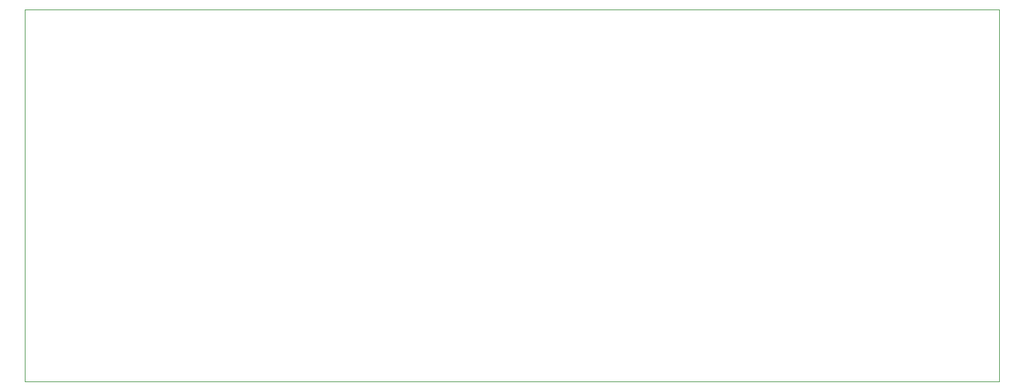
<source format=gbr>
G04 #@! TF.GenerationSoftware,KiCad,Pcbnew,5.0.0-rc2-unknown-da66005~65~ubuntu16.04.1*
G04 #@! TF.CreationDate,2018-05-28T11:28:40+02:00*
G04 #@! TF.ProjectId,AD8113 Breakout LQFP 100,41443831313320427265616B6F757420,rev?*
G04 #@! TF.SameCoordinates,Original*
G04 #@! TF.FileFunction,Profile,NP*
%FSLAX46Y46*%
G04 Gerber Fmt 4.6, Leading zero omitted, Abs format (unit mm)*
G04 Created by KiCad (PCBNEW 5.0.0-rc2-unknown-da66005~65~ubuntu16.04.1) date Mon May 28 11:28:40 2018*
%MOMM*%
%LPD*%
G01*
G04 APERTURE LIST*
%ADD10C,0.100000*%
G04 APERTURE END LIST*
D10*
X101600000Y-74930000D02*
X101600000Y-124460000D01*
X231140000Y-74930000D02*
X101600000Y-74930000D01*
X231140000Y-124460000D02*
X231140000Y-74930000D01*
X101600000Y-124460000D02*
X231140000Y-124460000D01*
M02*

</source>
